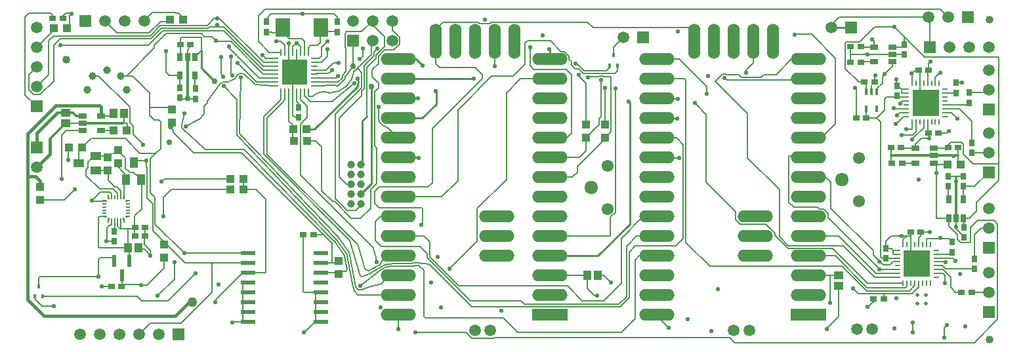
<source format=gbl>
G04*
G04 #@! TF.GenerationSoftware,Altium Limited,Altium Designer,21.9.2 (33)*
G04*
G04 Layer_Physical_Order=4*
G04 Layer_Color=16711680*
%FSLAX25Y25*%
%MOIN*%
G70*
G04*
G04 #@! TF.SameCoordinates,4219B8C6-809A-426F-B61B-8FBD35EC1222*
G04*
G04*
G04 #@! TF.FilePolarity,Positive*
G04*
G01*
G75*
%ADD10C,0.01000*%
%ADD18R,0.03937X0.04331*%
%ADD25R,0.04331X0.03937*%
%ADD26R,0.03543X0.02756*%
%ADD27R,0.04331X0.02559*%
%ADD28R,0.02756X0.03543*%
%ADD32R,0.02559X0.04331*%
%ADD37C,0.05000*%
%ADD58C,0.03000*%
%ADD62C,0.00600*%
%ADD63C,0.01500*%
%ADD64C,0.00800*%
%ADD65C,0.04000*%
%ADD67C,0.01200*%
%ADD68C,0.05906*%
%ADD69R,0.05906X0.05906*%
%ADD70R,0.05906X0.05906*%
%ADD71C,0.03937*%
%ADD72O,0.06693X0.07087*%
%ADD73C,0.06102*%
%ADD74C,0.02200*%
%ADD75C,0.01968*%
%ADD91R,0.01949X0.00984*%
%ADD92R,0.00984X0.01949*%
%ADD93R,0.00984X0.02362*%
%ADD94R,0.02362X0.00984*%
%ADD95R,0.05512X0.03937*%
%ADD96R,0.03937X0.05512*%
%ADD97R,0.02362X0.05906*%
%ADD98R,0.04000X0.05000*%
%ADD99R,0.18000X0.06000*%
%ADD100O,0.18000X0.06000*%
%ADD101O,0.06000X0.18000*%
%ADD102R,0.01575X0.02008*%
%ADD103R,0.07795X0.02087*%
%ADD104R,0.07480X0.09449*%
%ADD105O,0.00984X0.03543*%
%ADD106O,0.03543X0.00984*%
%ADD107R,0.12992X0.12992*%
%ADD108R,0.13386X0.13386*%
%ADD109O,0.00787X0.02756*%
%ADD110O,0.02756X0.00787*%
%ADD111R,0.01575X0.03543*%
%ADD112R,0.05000X0.04000*%
%ADD113C,0.01400*%
G36*
X19295Y-80029D02*
X20062D01*
X20476Y-79616D01*
Y-79045D01*
X19295D01*
Y-80029D01*
D02*
G37*
G36*
X20771Y-80738D02*
Y-81506D01*
X21755D01*
Y-80324D01*
X21184D01*
X20771Y-80738D01*
D02*
G37*
G36*
X19295Y-72155D02*
X20476D01*
Y-71584D01*
X20062Y-71171D01*
X19295D01*
Y-72155D01*
D02*
G37*
G36*
X20771Y-70462D02*
X21184Y-70876D01*
X21755D01*
Y-69695D01*
X20771D01*
Y-70462D01*
D02*
G37*
G36*
X28645Y-81506D02*
X29629D01*
Y-80738D01*
X29216Y-80324D01*
X28645D01*
Y-81506D01*
D02*
G37*
G36*
X29924Y-79616D02*
X30338Y-80029D01*
X31106D01*
Y-79045D01*
X29924D01*
Y-79616D01*
D02*
G37*
G36*
X28645Y-70876D02*
X29216D01*
X29629Y-70462D01*
Y-69695D01*
X28645D01*
Y-70876D01*
D02*
G37*
G36*
X29924Y-71584D02*
Y-72155D01*
X31106D01*
Y-71171D01*
X30338D01*
X29924Y-71584D01*
D02*
G37*
D10*
X147734Y-13401D02*
G03*
X147934Y-13105I-714J700D01*
G01*
X148111Y-12704D02*
G03*
X148265Y-11426I-2012J890D01*
G01*
X68496Y-3722D02*
G03*
X68793Y-4434I1000J0D01*
G01*
X147933Y-9575D02*
X148265Y-11426D01*
X147731Y-13404D02*
X147734Y-13401D01*
X147934Y-13105D02*
X148111Y-12704D01*
X147933Y-9575D02*
X147996Y-9638D01*
X125996Y-35138D02*
X147731Y-13404D01*
X150096Y-53238D02*
Y-31038D01*
X148996Y-74638D02*
Y-73138D01*
X68496Y-3722D02*
Y4909D01*
X68793Y-4434D02*
X75300Y-10900D01*
X154996Y-62938D02*
Y-13638D01*
X388433Y16362D02*
X397996D01*
X286096Y-83338D02*
Y-21438D01*
X269796Y-99638D02*
X286096Y-83338D01*
X245433Y-99638D02*
X269796D01*
X245433Y362D02*
Y5325D01*
X187796Y-22338D02*
Y-15838D01*
X180496Y-29638D02*
X187796Y-22338D01*
X168433Y-29638D02*
X180496D01*
X168433Y-9638D02*
X206896D01*
X177496Y362D02*
X180796Y-2938D01*
X168433Y362D02*
X177496D01*
X168433Y-49638D02*
X178296D01*
X168433Y-19638D02*
X178396D01*
X121843Y-35138D02*
X125996D01*
X155496Y17967D02*
Y19862D01*
X149696Y-68238D02*
X154996Y-62938D01*
X150096Y-31038D02*
X152496Y-28638D01*
D18*
X20900Y-56147D02*
D03*
Y-49453D02*
D03*
X26200Y-52447D02*
D03*
Y-45753D02*
D03*
X49400Y-100547D02*
D03*
Y-93853D02*
D03*
X138333Y-108785D02*
D03*
Y-102092D02*
D03*
X53496Y-31985D02*
D03*
Y-25292D02*
D03*
X-13467Y-71085D02*
D03*
Y-64392D02*
D03*
X273433Y-32792D02*
D03*
Y-39485D02*
D03*
X263933Y-32792D02*
D03*
Y-39485D02*
D03*
D25*
X122146Y-41200D02*
D03*
X115454D02*
D03*
X1354Y-44500D02*
D03*
X8046D02*
D03*
X-6513Y16062D02*
D03*
X180D02*
D03*
X59280Y20662D02*
D03*
X52587D02*
D03*
X121843Y-35138D02*
D03*
X115150D02*
D03*
X83350Y-60438D02*
D03*
X90043D02*
D03*
X90043Y-65938D02*
D03*
X83350D02*
D03*
X23854Y-36000D02*
D03*
X30546D02*
D03*
X454280Y-53138D02*
D03*
X447587D02*
D03*
D26*
X27859Y-115100D02*
D03*
X22741D02*
D03*
X39859Y-89600D02*
D03*
X34741D02*
D03*
X39859Y-85200D02*
D03*
X34741D02*
D03*
X125492Y-88738D02*
D03*
X120374D02*
D03*
X-7026Y21062D02*
D03*
X-1908D02*
D03*
X62992Y7862D02*
D03*
X57874D02*
D03*
X442992Y-37138D02*
D03*
X437874D02*
D03*
X401237Y-29438D02*
D03*
X406355D02*
D03*
X410492Y-11138D02*
D03*
X405374D02*
D03*
X452992Y-44638D02*
D03*
X447874D02*
D03*
X418874D02*
D03*
X423992D02*
D03*
X419374Y-52638D02*
D03*
X424492D02*
D03*
X398374Y6862D02*
D03*
X403492D02*
D03*
X398374Y-1138D02*
D03*
X403492D02*
D03*
X409937Y-121638D02*
D03*
X415055D02*
D03*
X428874Y-87638D02*
D03*
X433992D02*
D03*
X454637Y-118038D02*
D03*
X459755D02*
D03*
X432874Y-5138D02*
D03*
X437992D02*
D03*
D27*
X17658Y-35879D02*
D03*
Y-28398D02*
D03*
X8209D02*
D03*
Y-32138D02*
D03*
Y-35879D02*
D03*
X431209Y-44898D02*
D03*
Y-52379D02*
D03*
X440657D02*
D03*
Y-48638D02*
D03*
Y-44898D02*
D03*
X410209Y6602D02*
D03*
Y-879D02*
D03*
X419657D02*
D03*
Y2862D02*
D03*
Y6602D02*
D03*
D28*
X24200Y-92159D02*
D03*
Y-87041D02*
D03*
X137496Y14302D02*
D03*
Y19421D02*
D03*
X101492Y14302D02*
D03*
Y19421D02*
D03*
X117933Y-29197D02*
D03*
Y-24079D02*
D03*
X57496Y-19197D02*
D03*
Y-14079D02*
D03*
X65433Y-14579D02*
D03*
Y-19697D02*
D03*
X451933Y-11579D02*
D03*
Y-16698D02*
D03*
X421796Y-13179D02*
D03*
Y-18297D02*
D03*
X459933Y-42079D02*
D03*
Y-47197D02*
D03*
X447933Y-59079D02*
D03*
Y-64197D02*
D03*
X455433Y-59079D02*
D03*
Y-64197D02*
D03*
X455933Y-90139D02*
D03*
Y-85020D02*
D03*
X425433Y2802D02*
D03*
Y7921D02*
D03*
X449896Y-92579D02*
D03*
Y-97698D02*
D03*
X416096Y-95679D02*
D03*
Y-100797D02*
D03*
X461196Y-106198D02*
D03*
Y-101079D02*
D03*
X458696Y-21698D02*
D03*
Y-16579D02*
D03*
D32*
X57693Y-7863D02*
D03*
X65173D02*
D03*
Y1586D02*
D03*
X61433D02*
D03*
X57693D02*
D03*
X455673Y-70914D02*
D03*
X448193D02*
D03*
Y-80363D02*
D03*
X451933D02*
D03*
X455673D02*
D03*
D37*
X63833Y-123238D02*
D03*
D58*
X145490Y-3113D02*
D03*
X75300Y-10900D02*
D03*
X154996Y-13638D02*
D03*
X52333Y-41738D02*
D03*
X52996Y-33888D02*
D03*
X61496Y-19638D02*
D03*
D62*
X157130Y-100486D02*
G03*
X157130Y-100485I-583J-141D01*
G01*
X154396Y-108342D02*
G03*
X154570Y-108256I-1176J2593D01*
G01*
X184600Y-104006D02*
G03*
X184265Y-103848I-410J-438D01*
G01*
X143851Y-91761D02*
G03*
X143826Y-91695I-573J-177D01*
G01*
X118777Y-58233D02*
G03*
X118955Y-58655I600J5D01*
G01*
X155975Y-95798D02*
G03*
X155817Y-95517I-583J-143D01*
G01*
X181633Y-107387D02*
G03*
X181457Y-106963I-600J0D01*
G01*
X164549Y-104864D02*
G03*
X159709Y-106830I12J-6969D01*
G01*
X181633Y-130438D02*
G03*
X182233Y-131038I600J0D01*
G01*
X164558Y-104864D02*
G03*
X164549Y-104864I-4J-600D01*
G01*
X174120Y-104800D02*
G03*
X174949Y-104749I-51J7578D01*
G01*
X178449Y-104342D02*
G03*
X178404Y-104345I25J-599D01*
G01*
X178703Y-104387D02*
G03*
X178451Y-104342I-230J-554D01*
G01*
X100333Y-47887D02*
G03*
X100508Y-48311I600J0D01*
G01*
X174064Y-103600D02*
G03*
X176120Y-103261I6J6378D01*
G01*
X149220Y-109936D02*
G03*
X150058Y-110304I575J171D01*
G01*
X143822Y-91684D02*
G03*
X143786Y-91615I-549J-243D01*
G01*
X143742Y-91552D02*
G03*
X143696Y-91499I-478J-363D01*
G01*
X143779Y-91605D02*
G03*
X143750Y-91563I-507J-321D01*
G01*
X158887Y-105928D02*
G03*
X159001Y-105847I-289J526D01*
G01*
X164266Y-103669D02*
G03*
X159092Y-105765I296J-8163D01*
G01*
X166187Y-103600D02*
G03*
X166166Y-103600I0J-600D01*
G01*
X178681Y-103140D02*
G03*
X178580Y-103136I-74J-595D01*
G01*
X152393Y-106828D02*
G03*
X154350Y-106860I1007J1728D01*
G01*
X159311Y-103972D02*
G03*
X159376Y-103892I-434J415D01*
G01*
X148217Y-94354D02*
G03*
X148122Y-94228I-523J-293D01*
G01*
X148273Y-94486D02*
G03*
X148217Y-94354I-576J-168D01*
G01*
X176222Y-103236D02*
G03*
X176120Y-103261I91J-593D01*
G01*
X176433Y-103217D02*
G03*
X176222Y-103236I64J-1799D01*
G01*
X151633Y-106194D02*
G03*
X151907Y-106543I576J169D01*
G01*
X158640Y-104537D02*
G03*
X159131Y-104161I-955J1757D01*
G01*
X150070Y-110299D02*
G03*
X150058Y-110304I247J-547D01*
G01*
X162338Y-99654D02*
G03*
X162038Y-99825I135J-585D01*
G01*
X162038Y-99825D02*
G03*
X161970Y-99911I435J-414D01*
G01*
X162463Y-99638D02*
G03*
X162341Y-99653I10J-600D01*
G01*
X78496Y-6362D02*
G03*
X78592Y-6688I600J0D01*
G01*
X101833Y-47690D02*
G03*
X102007Y-48113I600J0D01*
G01*
X26478Y-85300D02*
G03*
X27078Y-85900I600J0D01*
G01*
X38124Y-75701D02*
G03*
X38300Y-75277I-424J424D01*
G01*
X31813Y-95587D02*
G03*
X31640Y-96005I427J-421D01*
G01*
X40833Y-54927D02*
G03*
X40711Y-54564I-600J0D01*
G01*
X40589Y-54204D02*
G03*
X40709Y-54562I600J4D01*
G01*
X17189Y-100660D02*
G03*
X16764Y-100836I0J-600D01*
G01*
X-13470Y-110138D02*
G03*
X-14067Y-110735I4J-600D01*
G01*
X157130Y-100486D02*
X157685Y-102780D01*
X157130Y-100484D02*
X157130Y-100485D01*
X184600Y-104006D02*
X184606Y-104011D01*
X184609Y-104014D02*
X206033Y-125438D01*
X178683Y-103140D02*
X184265Y-103849D01*
X143822Y-91684D02*
X143826Y-91695D01*
X143851Y-91761D02*
X143853Y-91765D01*
X158886Y-105929D02*
X158887Y-105928D01*
X166187Y-103600D02*
X174064D01*
X154570Y-108256D02*
X158886Y-105929D01*
X143853Y-91765D02*
X149219Y-109935D01*
X184606Y-104011D02*
X184609Y-104014D01*
X155300Y-8600D02*
Y-4928D01*
X158533Y-1695D02*
Y1977D01*
X161677Y5121D01*
X154933Y2936D02*
Y9299D01*
X157333Y918D02*
Y2474D01*
X146121Y-5513D02*
X146484D01*
X161677Y5121D02*
X166204D01*
X152496Y-3919D02*
X157333Y918D01*
Y2474D02*
X161596Y6737D01*
X165496Y15310D02*
Y19862D01*
X161596Y6737D02*
Y11867D01*
X146484Y-5513D02*
X154933Y2936D01*
X156133Y4103D02*
X157922Y5891D01*
X165496Y15310D02*
X169349Y11457D01*
X146096Y-5539D02*
X146121Y-5513D01*
X166204Y5121D02*
X169349Y8266D01*
X155300Y-4928D02*
X158533Y-1695D01*
X151196Y-2938D02*
X156133Y1999D01*
Y4103D01*
X154933Y9299D02*
X155496Y9862D01*
X169349Y8266D02*
Y11457D01*
X158400Y-14200D02*
Y-11700D01*
X155300Y-8600D02*
X158400Y-11700D01*
X156500Y-20600D02*
Y-16100D01*
X158400Y-14200D01*
X156400Y-43600D02*
Y-20700D01*
Y-43600D02*
X157500Y-44700D01*
X156400Y-20700D02*
X156500Y-20600D01*
X157500Y-63000D02*
Y-44700D01*
X154500Y-66000D02*
X157500Y-63000D01*
X154500Y-75400D02*
Y-66000D01*
X149300Y-80600D02*
X154500Y-75400D01*
X135100Y-72000D02*
X136095D01*
X144695Y-80600D01*
X149300D01*
X129600Y-66500D02*
X135100Y-72000D01*
X129600Y-66500D02*
Y-44100D01*
X118777Y-58233D02*
Y-32797D01*
X155975Y-95798D02*
X157130Y-100484D01*
X118955Y-58655D02*
X155817Y-95517D01*
X126700Y-41200D02*
X129600Y-44100D01*
X118777Y-32797D02*
X119602Y-31972D01*
X149100Y-115000D02*
X159709Y-106830D01*
X119602Y-31972D02*
Y-31869D01*
X118886Y-20091D02*
Y-16178D01*
X119602Y-31869D02*
X119684D01*
X118886Y-20091D02*
X122233Y-23438D01*
X119684Y-31869D02*
X122233Y-29320D01*
Y-23438D01*
X179007Y-104513D02*
X181457Y-106963D01*
X164558Y-104864D02*
X174120Y-104800D01*
X221733Y-131038D02*
X229333Y-138638D01*
X281733D02*
X288933Y-131438D01*
X229333Y-138638D02*
X281733D01*
X181633Y-130438D02*
Y-107387D01*
X288933Y-131438D02*
Y-101738D01*
X182233Y-131038D02*
X221733D01*
X174949Y-104749D02*
X178404Y-104345D01*
X178449Y-104342D02*
X178451Y-104342D01*
X178897Y-104467D02*
X179007Y-104513D01*
X178703Y-104387D02*
X178897Y-104467D01*
X288933Y-101738D02*
X291033Y-99638D01*
X299933D01*
X100333Y-28949D02*
X109043Y-20238D01*
Y-16178D01*
X100333Y-47887D02*
Y-28949D01*
X101833Y-47690D02*
Y-29438D01*
X111012Y-20260D02*
Y-16178D01*
X101833Y-29438D02*
X109883Y-21388D01*
X111012Y-20260D01*
X149219Y-109935D02*
X149219Y-109936D01*
X150070Y-110299D02*
X154396Y-108342D01*
X100508Y-48311D02*
X143692Y-91495D01*
X143779Y-91605D02*
X143782Y-91610D01*
X143785Y-91614D02*
X143786Y-91615D01*
X143692Y-91495D02*
X143696Y-91499D01*
X143742Y-91552D02*
X143750Y-91563D01*
X159001Y-105847D02*
X159092Y-105765D01*
X166165Y-103600D02*
X166166Y-103600D01*
X178681Y-103140D02*
X178683Y-103140D01*
X151907Y-106543D02*
X152393Y-106828D01*
X159378Y-103888D02*
X161970Y-99911D01*
X159131Y-104161D02*
X159311Y-103972D01*
X159376Y-103892D02*
X159378Y-103888D01*
X154350Y-106860D02*
X158640Y-104537D01*
X148217Y-94354D02*
X148217Y-94354D01*
X39500Y-90359D02*
X39859Y-90000D01*
X176433Y-103217D02*
X178580Y-103136D01*
X164266Y-103669D02*
X166165Y-103600D01*
X148273Y-94486D02*
X148274Y-94488D01*
X148120Y-94225D02*
X148122Y-94228D01*
X143782Y-91610D02*
X143785Y-91614D01*
X102007Y-48113D02*
X148120Y-94225D01*
X148274Y-94488D02*
X151633Y-106194D01*
X149219Y-109935D02*
X149219Y-109935D01*
X162338Y-99654D02*
X162340Y-99653D01*
X162341Y-99653D01*
X162463Y-99638D02*
X162468Y-99638D01*
X78496Y-6362D02*
Y1362D01*
X78592Y-6688D02*
X79700Y-8400D01*
X162468Y-99638D02*
X168433D01*
X38300Y-75277D02*
Y-60500D01*
X34700Y-85900D02*
Y-79126D01*
Y-90300D02*
Y-85900D01*
X27078D02*
X27562D01*
X26478Y-85300D02*
Y-84896D01*
X16651Y-95505D02*
X31350D01*
X34700Y-79126D02*
X38124Y-75701D01*
X27562Y-85900D02*
X34700D01*
X11626Y-51277D02*
X14143Y-48760D01*
X10900Y-51900D02*
X11523Y-51277D01*
X14143Y-48760D02*
X14931D01*
X11523Y-51277D02*
X11626D01*
X9900Y-58800D02*
Y-55850D01*
X10900Y-54850D01*
Y-51900D01*
X9900Y-58800D02*
X16732Y-65632D01*
X28451Y-114100D02*
X37887D01*
X29137Y-69488D02*
Y-60931D01*
X21100Y-61222D02*
Y-57000D01*
X40833Y-70140D02*
Y-54927D01*
X40709Y-54562D02*
X40711Y-54564D01*
X40589Y-54204D02*
Y-54204D01*
X33200Y-51083D02*
X40589D01*
Y-54204D02*
Y-51083D01*
X33544Y-90675D02*
X33547Y-90674D01*
X34441Y-90300D01*
X31840Y-100660D02*
Y-96005D01*
X103996Y23362D02*
X135996D01*
X39300Y-93500D02*
X42700Y-96900D01*
X12700Y-71700D02*
X17368Y-67032D01*
X12700Y-71700D02*
X19051D01*
X20400Y-92300D02*
Y-85500D01*
X17189Y-100660D02*
X24360D01*
X16233Y-101367D02*
X16764Y-100836D01*
X23632Y-65632D02*
X25905Y-67905D01*
X21932Y-67032D02*
X22900Y-68000D01*
X16732Y-65632D02*
X23632D01*
X17368Y-67032D02*
X21932D01*
X22900Y-69632D02*
Y-68000D01*
X25905Y-69612D02*
Y-67905D01*
X17015Y-79537D02*
X19088D01*
X16300Y-80251D02*
X17015Y-79537D01*
X16300Y-95153D02*
Y-80251D01*
Y-95153D02*
X16651Y-95505D01*
X39500Y-93500D02*
Y-90359D01*
X42700Y-99400D02*
Y-96900D01*
X39859Y-90000D02*
Y-85900D01*
X20400Y-92300D02*
X24059D01*
X20300D02*
X20400D01*
X24059D02*
X24200Y-92159D01*
X20400Y-85500D02*
X21600Y-84300D01*
X22200D01*
X22838Y-83662D02*
Y-81506D01*
X22200Y-84300D02*
X22838Y-83662D01*
X24413Y-86828D02*
Y-81506D01*
X24200Y-87041D02*
X24413Y-86828D01*
X27562Y-85900D02*
Y-81506D01*
X25987Y-84406D02*
X26478Y-84896D01*
X25987Y-84406D02*
Y-81506D01*
X28100Y-113749D02*
X28451Y-114100D01*
X28100Y-113749D02*
Y-108140D01*
X-13470Y-110138D02*
X16233D01*
X-13470D02*
X-13470D01*
X16233D02*
Y-101367D01*
X21100Y-61222D02*
X24451Y-64573D01*
X25598D01*
X27562Y-66538D01*
Y-69695D02*
Y-66538D01*
X-14067Y-115079D02*
Y-110735D01*
X445317Y-108560D02*
X446233Y-109475D01*
Y-113538D02*
Y-109475D01*
X-15855Y-121750D02*
X-12367Y-125238D01*
X-6567D01*
X-15855Y-121750D02*
Y-120378D01*
X-16036Y-120197D02*
X-15855Y-120378D01*
X36733Y-139538D02*
X42591Y-133681D01*
X58199D02*
X73733Y-118147D01*
X42591Y-133681D02*
X58199D01*
X36733Y-139638D02*
Y-139538D01*
X-12098Y-120197D02*
X35892D01*
X38333Y-122638D01*
X51396D02*
X65696Y-108338D01*
X38333Y-122638D02*
X51396D01*
X120374Y-117787D02*
X120726Y-118138D01*
X129233D01*
X120374Y-117787D02*
Y-88738D01*
X125492D02*
X130633D01*
X92343Y-108238D02*
X100782D01*
X75939Y-121688D02*
X89489Y-108138D01*
X92343D01*
X75939Y-122732D02*
Y-121688D01*
X75633Y-123038D02*
X75939Y-122732D01*
X180333Y-83938D02*
X180639Y-83632D01*
X179933Y-84338D02*
X180333Y-83938D01*
X158833Y-75038D02*
X180382D01*
X180639Y-82881D02*
X180733Y-82787D01*
X180382Y-75038D02*
X180733Y-75390D01*
X180639Y-83632D02*
Y-82881D01*
X180733Y-82787D02*
Y-75390D01*
X206033Y-125438D02*
X221825D01*
X156633Y-72838D02*
X158833Y-75038D01*
X156633Y-72838D02*
Y-66938D01*
X158959Y-64613D01*
X183707D01*
X185933Y-62387D02*
Y-34938D01*
X183707Y-64613D02*
X185933Y-62387D01*
X168433Y-69638D02*
X190696D01*
X185933Y-34938D02*
X211233Y-9638D01*
Y-7538D01*
X207633Y-3938D02*
X211233Y-7538D01*
X189633Y-3938D02*
X207633D01*
X187433Y-1738D02*
X189633Y-3938D01*
X187433Y-1738D02*
Y9362D01*
X191333Y19262D02*
X209049D01*
X209848Y18462D01*
X187433Y9362D02*
Y15362D01*
X209848Y18462D02*
X215018D01*
X187433Y15362D02*
X191333Y19262D01*
X215018Y18462D02*
X215818Y19262D01*
X264695D01*
X267595Y16362D01*
X316439D01*
X318133Y14667D01*
Y10162D02*
Y14667D01*
Y10162D02*
X318933Y9362D01*
X90043Y-65938D02*
X96133D01*
X101133Y-70938D01*
X49333Y-69738D02*
X53133Y-65938D01*
X49333Y-79338D02*
Y-69738D01*
X40833Y-70140D02*
X43733Y-73040D01*
Y-86841D02*
X60130Y-103238D01*
X43733Y-86841D02*
Y-73040D01*
X53133Y-65938D02*
X83350D01*
X49833Y-60438D02*
X83350D01*
X48333Y-61938D02*
X49833Y-60438D01*
X46233Y-119938D02*
X54833Y-111338D01*
Y-102938D01*
X60130Y-103238D02*
X73220D01*
X89506D01*
X73733Y-118147D02*
Y-103752D01*
X73220Y-103238D02*
X73733Y-103752D01*
X59733Y-98038D02*
X89306D01*
X128223Y751D02*
X129433Y1962D01*
Y6662D02*
X132733Y9962D01*
X129433Y1962D02*
Y6662D01*
X125972Y751D02*
X128223D01*
X89306Y-98038D02*
X89406Y-98138D01*
X100782Y-108238D02*
X101133Y-107887D01*
Y-70938D01*
X120037Y-89075D02*
X120374Y-88738D01*
X425433Y11925D02*
X435996Y1362D01*
X420433Y16925D02*
X425433Y11925D01*
X392533Y21862D02*
X437933D01*
X388433Y17762D02*
X392533Y21862D01*
X388433Y16362D02*
Y17762D01*
X445996Y-136075D02*
X447233Y-134838D01*
X445996Y-141238D02*
Y-136075D01*
X387133Y-123438D02*
X388033Y-122538D01*
X399533Y-116238D02*
X402133Y-118838D01*
X409796Y-99289D02*
X414746Y-104238D01*
X386833Y-80138D02*
X413286Y-106591D01*
X386833Y-80138D02*
Y-78023D01*
X384548Y-75738D02*
X386833Y-78023D01*
X382433Y-75738D02*
X384548D01*
X381633Y-74938D02*
X382433Y-75738D01*
X413286Y-106591D02*
X422090D01*
X369496Y-74938D02*
X381633D01*
X426796Y-89538D02*
X428980D01*
X424296D02*
X426796D01*
X418796D02*
X424296D01*
X388033Y-109638D02*
X392246D01*
X388033Y-122538D02*
Y-109638D01*
X376933D02*
X388033D01*
X299933Y-39638D02*
X309833D01*
X313296Y-43101D01*
Y-90875D02*
Y-43101D01*
X309633Y-94538D02*
X313296Y-90875D01*
X289033Y-94538D02*
X309633D01*
X285796Y-97775D02*
X289033Y-94538D01*
X285796Y-120977D02*
Y-97775D01*
X281235Y-125538D02*
X285796Y-120977D01*
X221924Y-125538D02*
X281235D01*
X221825Y-125438D02*
X221924Y-125538D01*
X90043Y-65938D02*
Y-60439D01*
X402133Y-118838D02*
X429696D01*
X415055Y-121638D02*
Y-119279D01*
X411696Y-29438D02*
X413696Y-31438D01*
Y-100138D02*
Y-31438D01*
X406596Y-115838D02*
X426296D01*
X390396Y-99638D02*
X406596Y-115838D01*
X406499Y-117438D02*
X428096D01*
X473396Y-61138D02*
Y1362D01*
X435996D02*
X473396D01*
X419970Y-24764D02*
X426590D01*
X448055Y-90738D02*
X449896Y-92579D01*
X436854Y-90738D02*
X448055D01*
X436854Y-93796D02*
Y-90738D01*
X460624Y-52838D02*
X473296D01*
X455664Y-47878D02*
X460624Y-52838D01*
X454515Y-41738D02*
X455664Y-42888D01*
X449296Y-41738D02*
X454515D01*
X455664Y-47878D02*
Y-42888D01*
X447874Y-43161D02*
X449296Y-41738D01*
X447874Y-44638D02*
Y-43161D01*
X354128Y-7538D02*
X360396D01*
X352828Y-8838D02*
X354128Y-7538D01*
X335325D02*
X341592D01*
X342892Y-8838D01*
X329696Y-10838D02*
X333296Y-7238D01*
X335024D01*
X342892Y-8838D02*
X352828D01*
X335024Y-7238D02*
X335325Y-7538D01*
X360396D02*
X368296Y362D01*
X329696Y-10838D02*
X345996Y-27138D01*
X232896Y-2238D02*
Y8662D01*
X226896Y-8238D02*
X232896Y-2238D01*
X215996Y-8238D02*
X226896D01*
X232896Y8662D02*
X234096Y9862D01*
X198896Y-25338D02*
X215996Y-8238D01*
X256396Y-2567D02*
Y-810D01*
X255333Y253D02*
X256396Y-810D01*
X258327Y-4498D02*
X260084D01*
X256396Y-2567D02*
X258327Y-4498D01*
X260084D02*
X262424Y-6838D01*
X255333Y253D02*
Y1977D01*
X253048Y4262D02*
X255333Y1977D01*
X251325Y4262D02*
X253048D01*
X245725Y9862D02*
X251325Y4262D01*
X234096Y9862D02*
X245725D01*
X278696Y-6838D02*
X279965Y-5570D01*
X262424Y-6838D02*
X278696D01*
X198896Y-61438D02*
Y-25338D01*
X190696Y-69638D02*
X198896Y-61438D01*
X272924Y-8538D02*
X276396D01*
X272425Y-8038D02*
X272924Y-8538D01*
X270768Y-8038D02*
X272425D01*
X270268Y-8538D02*
X270768Y-8038D01*
X265296Y-8538D02*
X270268D01*
X264896Y-8938D02*
X265296Y-8538D01*
X279965Y-5570D02*
Y-2698D01*
X276396Y-36522D02*
Y-8538D01*
X273433Y-39485D02*
X276396Y-36522D01*
X271596Y-28695D02*
Y-10038D01*
X270565Y-29727D02*
X271596Y-28695D01*
X270565Y-32853D02*
Y-29727D01*
X263933Y-39485D02*
X270565Y-32853D01*
X273433Y-40101D02*
Y-39485D01*
X259496Y-54038D02*
X273433Y-40101D01*
X259496Y-57138D02*
Y-54038D01*
X256996Y-59638D02*
X259496Y-57138D01*
X245433Y-59638D02*
X256996D01*
X263933Y-46101D02*
Y-39485D01*
X260396Y-49638D02*
X263933Y-46101D01*
X245433Y-49638D02*
X260396D01*
X278796Y-49709D02*
Y-14438D01*
Y-49709D02*
X278869Y-49782D01*
Y-77417D02*
Y-49782D01*
X276296Y-79989D02*
X278869Y-77417D01*
X276296Y-89638D02*
Y-79989D01*
X245433Y-89638D02*
X276296D01*
X299933Y362D02*
X311196D01*
X325196Y-13638D01*
Y-17138D02*
Y-13638D01*
X421996Y-28038D02*
X423302Y-26733D01*
X300133Y-29838D02*
X310296D01*
X319096Y-21938D02*
X324896Y-27738D01*
X313996Y-9638D02*
X314696Y-10338D01*
Y-92738D02*
Y-10338D01*
Y-92738D02*
X326796Y-104838D01*
X324896Y-62038D02*
Y-27738D01*
Y-62038D02*
X340033Y-77175D01*
X342318Y-83538D02*
X355348D01*
X359833Y-88023D01*
X340033Y-81254D02*
Y-77175D01*
Y-81254D02*
X342318Y-83538D01*
X359833Y-89173D02*
Y-88023D01*
Y-89173D02*
X366399Y-95738D01*
X389193D01*
X406936Y-113481D01*
X368296Y362D02*
X376933D01*
X345996Y-49838D02*
Y-27138D01*
Y-49838D02*
X362096Y-65938D01*
Y-89738D02*
Y-65938D01*
Y-89738D02*
X366696Y-94338D01*
X394516D01*
X410706Y-110528D01*
X376933Y-89638D02*
X392196D01*
X393899Y-104838D02*
X406499Y-117438D01*
X326796Y-104838D02*
X393899D01*
X376933Y-99638D02*
X390396D01*
X464396Y-85638D02*
X468433D01*
X461196Y-88838D02*
X464396Y-85638D01*
X461196Y-101079D02*
Y-88838D01*
X437874Y-37138D02*
X438096Y-37361D01*
Y-39838D02*
Y-37361D01*
X437996Y-39938D02*
X438096Y-39838D01*
X434196Y-39938D02*
X437996D01*
X431209Y-42926D02*
X434196Y-39938D01*
X431209Y-44898D02*
Y-42926D01*
X452992Y-48638D02*
Y-44638D01*
Y-51851D02*
Y-48638D01*
X440657Y-44898D02*
X447614D01*
X424252D02*
X431209D01*
X424752Y-52379D02*
X431209D01*
X400396Y-14138D02*
X401237Y-14979D01*
Y-29438D02*
Y-14979D01*
X409296Y10362D02*
X410209Y9449D01*
Y6602D02*
Y9449D01*
X410659Y16925D02*
X420433D01*
X402874Y9139D02*
X410659Y16925D01*
X396230Y9139D02*
X402874D01*
X402409Y-11138D02*
X405374D01*
X395702Y-4432D02*
X402409Y-11138D01*
X395702Y-4432D02*
Y8612D01*
X410492Y-11138D02*
Y-8242D01*
X415596Y-19938D02*
X416676Y-18859D01*
X415596Y-25538D02*
Y-19938D01*
X411696Y-29438D02*
X415596Y-25538D01*
X406355Y-29438D02*
X411696D01*
X421396Y-32438D02*
X425133Y-28701D01*
X395702Y8612D02*
X396230Y9139D01*
X425433Y7921D02*
Y11925D01*
X421496Y-13679D02*
Y-10138D01*
X437992Y-1842D02*
X438896Y-938D01*
X437992Y-5138D02*
Y-1842D01*
X451933Y-11579D02*
X454855D01*
X447196Y-37138D02*
X448296Y-36038D01*
X442992Y-37138D02*
X447196D01*
X424196Y-16438D02*
Y-14838D01*
X424279Y-14922D02*
X426590D01*
X421496Y-13679D02*
X423037D01*
X424196Y-14838D01*
Y-16438D02*
X424648Y-16890D01*
X426590D01*
X423933Y-21638D02*
X423996D01*
X424807Y-20827D01*
X426590D01*
X423302Y-26733D02*
X426590D01*
X425133Y-28701D02*
X426590D01*
X426396Y-35191D02*
X429543D01*
Y-31654D01*
X424196Y-38138D02*
X429896D01*
X431512Y-36523D01*
Y-31654D01*
X429896Y-39938D02*
X435449Y-34386D01*
Y-31654D01*
X437417Y-36682D02*
Y-31654D01*
X449590Y-26733D02*
X452196Y-29338D01*
X446276Y-26733D02*
X449590D01*
X459933Y-47197D02*
X468374D01*
X459933Y-42079D02*
Y-31175D01*
X453522Y-24764D02*
X459933Y-31175D01*
X446276Y-24764D02*
X453522D01*
X458696Y-16579D02*
X466992D01*
X446276Y-22796D02*
X457598D01*
X446276Y-16890D02*
X451740D01*
X441354Y-8680D02*
X443696Y-6338D01*
X441354Y-11969D02*
Y-8680D01*
X437417Y-11969D02*
Y-5713D01*
X431096Y-5138D02*
X432874D01*
X429543Y-6691D02*
X431096Y-5138D01*
X429543Y-11969D02*
Y-6691D01*
X433480Y-11969D02*
Y-5745D01*
Y-18859D02*
Y-11969D01*
X416676Y-18859D02*
X426590D01*
X406374Y-28638D02*
Y-24969D01*
X408933Y-16308D02*
Y-12697D01*
X406374Y-16308D02*
Y-12138D01*
X419657Y2862D02*
X425374D01*
X419657Y6602D02*
X424114D01*
X403752D02*
X410209D01*
X403752Y-879D02*
X410209D01*
X398374Y2862D02*
X419657D01*
X398296D02*
X398374D01*
Y6862D01*
Y-1138D02*
Y2862D01*
X398196Y6684D02*
X398374Y6862D01*
X398196Y2962D02*
Y6684D01*
Y2962D02*
X398296Y2862D01*
X367033Y-72475D02*
X369496Y-74938D01*
X367033Y-72475D02*
Y-48901D01*
X300233Y-19938D02*
X310596D01*
X334196Y-9238D02*
X335196Y-10238D01*
X376333D01*
X300233Y-49938D02*
X311296D01*
X299933Y362D02*
X302733Y-2438D01*
X299933Y-9638D02*
X313996D01*
X446555Y-106198D02*
X461196D01*
X444980Y-104623D02*
X446555Y-106198D01*
X441776Y-104623D02*
X444980D01*
X449096Y-115538D02*
Y-110538D01*
X445149Y-106591D02*
X449096Y-110538D01*
X441776Y-106591D02*
X445149D01*
X441776Y-108560D02*
X445317D01*
X450243Y-100686D02*
X451496Y-101938D01*
X429796Y-138238D02*
Y-133538D01*
X461374Y-64197D02*
X468433Y-57138D01*
X455433Y-64197D02*
X461374D01*
X462096Y-72438D02*
X473396Y-61138D01*
X462096Y-76938D02*
Y-72438D01*
X458672Y-80363D02*
X462096Y-76938D01*
X455673Y-80363D02*
X458672D01*
X425043Y-91291D02*
X426796Y-89538D01*
X416096Y-92238D02*
X418796Y-89538D01*
X433992Y-87638D02*
X438696D01*
X413696Y-100138D02*
X414355Y-100797D01*
X416096D01*
X367033Y-48901D02*
X376196D01*
X414746Y-104238D02*
X418296D01*
X409796Y-99289D02*
Y-96838D01*
X388296Y-75338D02*
X409796Y-96838D01*
X416096Y-95679D02*
Y-92238D01*
X388296Y-75338D02*
Y-62238D01*
X385696Y-59638D02*
X388296Y-62238D01*
X376933Y-59638D02*
X385696D01*
X376196Y-48901D02*
X376933Y-49638D01*
X411117Y-108560D02*
X422090D01*
X392196Y-89638D02*
X411117Y-108560D01*
X449096Y-115538D02*
X451596Y-118038D01*
X410706Y-110528D02*
X422090D01*
X422080Y-110538D02*
X422090Y-110528D01*
X418296Y-104238D02*
X419880Y-102654D01*
X422090D01*
X419817Y-98717D02*
Y-96460D01*
X420106Y-96749D02*
X422090D01*
X416096Y-95679D02*
X419037D01*
X419817Y-96460D01*
Y-98717D02*
X422090D01*
X428980Y-93796D02*
Y-87745D01*
X425043Y-93796D02*
Y-91291D01*
X428980Y-100686D02*
Y-93796D01*
X416208Y-100686D02*
X422090D01*
X433992Y-89542D02*
Y-87638D01*
X432917Y-90617D02*
X433992Y-89542D01*
X432917Y-93796D02*
Y-90617D01*
X447933Y-59079D02*
X455433D01*
X447933Y-70654D02*
Y-64197D01*
X455673Y-70914D02*
Y-64438D01*
X455933Y-85020D02*
Y-80623D01*
X441776Y-98717D02*
X448876D01*
X441776Y-100686D02*
X450243D01*
X441776Y-102654D02*
X446280D01*
X451596Y-118038D02*
X454637D01*
X459755D02*
X468333D01*
X429696Y-118838D02*
X432917Y-115617D01*
X428096Y-117438D02*
X430949Y-114586D01*
X426296Y-115838D02*
X427012Y-115123D01*
X432917Y-115617D02*
Y-113481D01*
X430949Y-114586D02*
Y-113481D01*
X427012Y-115123D02*
Y-113481D01*
X406936D02*
X425043D01*
X155496Y17967D02*
X161596Y11867D01*
X151196Y-14636D02*
Y-2938D01*
X148096Y-4538D02*
X149996Y-6438D01*
Y-15835D02*
X151196Y-14636D01*
X149996Y-18138D02*
Y-15835D01*
X83496Y-7138D02*
Y1862D01*
X138496Y-29638D02*
X149996Y-18138D01*
X138496Y-59638D02*
Y-29638D01*
X152496Y-28638D02*
Y-4760D01*
X149996Y-14138D02*
Y-6438D01*
X136496Y-27638D02*
X149996Y-14138D01*
X137496Y19421D02*
Y21862D01*
X135996Y23362D02*
X137496Y21862D01*
X101492Y20858D02*
X103996Y23362D01*
X101492Y19421D02*
Y20858D01*
X112980Y-3186D02*
Y3901D01*
X116917Y-5154D02*
Y3901D01*
D63*
X55204Y-130238D02*
X61535Y-123908D01*
X-19870Y-121736D02*
X-11367Y-130238D01*
X55204D01*
X61535Y-123908D02*
X63163D01*
X63833Y-123238D01*
X-19870Y-121736D02*
Y-59138D01*
X-8367Y-48001D02*
Y-40088D01*
X-15004Y-54638D02*
X-8367Y-48001D01*
X-13467Y-64392D02*
Y-61438D01*
X-15767Y-59138D02*
X-13467Y-61438D01*
X-19870Y-59138D02*
Y-37504D01*
Y-59138D02*
X-15767D01*
X17658Y-28398D02*
Y-23800D01*
X16996Y-23138D02*
X17658Y-23800D01*
X-5504Y-23138D02*
X16996D01*
X-19870Y-37504D02*
X-5504Y-23138D01*
X-15004Y-37138D02*
X-4854Y-26988D01*
X-15004Y-44638D02*
Y-37138D01*
D64*
X124851Y-18465D02*
G03*
X125388Y-18255I-4J800D01*
G01*
X133232Y-16584D02*
G03*
X125388Y-18255I-2518J-7427D01*
G01*
X142436Y-14974D02*
G03*
X142689Y-14761I-8963J10894D01*
G01*
X134665Y-21138D02*
G03*
X135172Y-20957I-0J800D01*
G01*
X145351Y-3472D02*
G03*
X145490Y-3113I-655J459D01*
G01*
X142989Y-6807D02*
G03*
X143143Y-6623I-993J987D01*
G01*
X137666Y-13023D02*
G03*
X137717Y-13025I62J798D01*
G01*
X145490Y-3113D02*
G03*
X145496Y-3016I-794J101D01*
G01*
X141729Y-8067D02*
G03*
X141496Y-8631I567J-564D01*
G01*
X133686Y-16737D02*
G03*
X133958Y-16778I252J759D01*
G01*
Y-16778D02*
G03*
X146096Y-5539I-486J12698D01*
G01*
X127251Y-13028D02*
G03*
X127263Y-13028I0J800D01*
G01*
X136158Y-12906D02*
G03*
X135965Y-12900I-162J-2094D01*
G01*
X137722Y-13025D02*
G03*
X138287Y-12797I6J800D01*
G01*
X142656Y-99462D02*
G03*
X142264Y-98544I-2355J-464D01*
G01*
X142663Y-99496D02*
G03*
X142656Y-99462I-2361J-431D01*
G01*
X147899Y-119407D02*
G03*
X148458Y-119638I563J568D01*
G01*
X155697Y-114981D02*
G03*
X155644Y-114997I205J-773D01*
G01*
X145659Y-115642D02*
G03*
X145742Y-115987I3441J642D01*
G01*
X86520Y-20418D02*
G03*
X86511Y-20304I-800J-10D01*
G01*
X138460Y-90715D02*
G03*
X138065Y-90233I-3437J-2414D01*
G01*
X143993Y-99026D02*
G03*
X143408Y-97738I-3692J-900D01*
G01*
X147035Y-115383D02*
G03*
X149775Y-116989I2065J383D01*
G01*
X86508Y-20288D02*
G03*
X86501Y-20250I-790J-123D01*
G01*
X146210Y-117577D02*
G03*
X146410Y-117918I769J222D01*
G01*
X144038Y-99233D02*
G03*
X143993Y-99026I-3736J-693D01*
G01*
X155953Y-114956D02*
G03*
X155697Y-114981I-51J-798D01*
G01*
X86499Y-20237D02*
G03*
X86449Y-20087I-781J-175D01*
G01*
X86386Y-19971D02*
G03*
X86300Y-19860I-675J-429D01*
G01*
X142204Y-107268D02*
G03*
X142423Y-106579I-571J561D01*
G01*
X90467Y-45778D02*
G03*
X89907Y-45538I-571J-561D01*
G01*
X141288Y-99766D02*
G03*
X141119Y-99351I-987J-161D01*
G01*
X136168Y-92322D02*
G03*
X136019Y-92144I-1144J-806D01*
G01*
X137312Y-91516D02*
G03*
X137048Y-91194I-2289J-1613D01*
G01*
X87998Y-37308D02*
G03*
X88218Y-37859I800J1D01*
G01*
X86444Y-20077D02*
G03*
X86393Y-19982I-727J-335D01*
G01*
X87998Y-37288D02*
G03*
X87998Y-37307I800J-20D01*
G01*
X86599Y-38076D02*
G03*
X86733Y-38517I800J4D01*
G01*
D02*
G03*
X86828Y-38633I666J444D01*
G01*
X165513Y-110411D02*
G03*
X166104Y-109638I-209J772D01*
G01*
X163469Y-34674D02*
G03*
X163259Y-34523I-567J-564D01*
G01*
X158433Y-29662D02*
G03*
X160645Y-33217I4000J23D01*
G01*
X71728Y-20451D02*
G03*
X71563Y-20938I635J-487D01*
G01*
X80083Y-11032D02*
G03*
X78319Y-11852I-97J-2098D01*
G01*
X81735Y-11108D02*
G03*
X82055Y-11058I40J799D01*
G01*
X95478Y-12098D02*
G03*
X96292Y-12454I939J1038D01*
G01*
X90109Y-7242D02*
G03*
X86945Y-7647I-1409J-1558D01*
G01*
X84944Y-9964D02*
G03*
X85955Y-9153I-744J1964D01*
G01*
X96292Y-12454D02*
G03*
X96321Y-12456I126J1394D01*
G01*
X58458Y-33209D02*
G03*
X59096Y-35262I2042J-491D01*
G01*
X70330Y-45334D02*
G03*
X70864Y-45538I534J596D01*
G01*
X67369Y-30210D02*
G03*
X67566Y-30069I-362J713D01*
G01*
X126673Y-6754D02*
G03*
X126107Y-6988I0J-800D01*
G01*
X133049Y-6754D02*
G03*
X133615Y-6520I0J800D01*
G01*
X29800Y-54474D02*
G03*
X30030Y-55030I800J6D01*
G01*
X31882Y-56882D02*
G03*
X32438Y-57112I561J570D01*
G01*
X34221Y-57345D02*
G03*
X33656Y-57112I-565J-566D01*
G01*
X29800Y-50182D02*
G03*
X29566Y-49616I-800J0D01*
G01*
X23731Y-47354D02*
G03*
X23166Y-47587I0J-800D01*
G01*
X26250Y-54347D02*
G03*
X26434Y-54633I750J279D01*
G01*
X29760Y-58290D02*
G03*
X29527Y-57726I-800J0D01*
G01*
X37176Y-47376D02*
G03*
X37738Y-47611I566J566D01*
G01*
X29734Y-39934D02*
G03*
X29169Y-39700I-566J-566D01*
G01*
X13131Y-39700D02*
G03*
X12566Y-39934I0J-800D01*
G01*
X1034Y-44819D02*
G03*
X800Y-45385I566J-566D01*
G01*
X39634Y-96334D02*
G03*
X39069Y-96100I-565J-566D01*
G01*
X40250Y-96950D02*
G03*
X40248Y-96948I-565J-566D01*
G01*
X122146Y-41200D02*
X126700D01*
X96321Y-12456D02*
X104614Y-13028D01*
X123140Y-18465D02*
X124851D01*
X133232Y-16584D02*
X133232Y-16584D01*
X133683Y-16736D01*
X133686Y-16737D01*
X145490Y-3113D02*
X145496D01*
X137717Y-13025D02*
X137722Y-13025D01*
X123833Y-21138D02*
X134665D01*
X142689Y-14761D02*
X146099Y-11814D01*
X135172Y-20957D02*
X142436Y-14974D01*
X145496Y-3016D02*
Y9862D01*
X136158Y-12906D02*
X137666Y-13023D01*
X141729Y-8067D02*
X142989Y-6807D01*
X143143Y-6623D02*
X145351Y-3472D01*
X141496Y-9588D02*
Y-8631D01*
X133958Y-16778D02*
Y-16778D01*
X127263Y-13028D02*
X135965Y-12900D01*
X125972Y-13028D02*
X127251D01*
X138290Y-12794D02*
X141496Y-9588D01*
X138287Y-12797D02*
X138290Y-12794D01*
X86508Y-20288D02*
X86511Y-20304D01*
X142663Y-99496D02*
X145659Y-115642D01*
X148458Y-119638D02*
X168433D01*
X86499Y-20237D02*
X86500Y-20244D01*
X88218Y-37859D02*
X138063Y-90230D01*
X138065Y-90233D01*
X145742Y-115987D02*
X146210Y-117577D01*
X146410Y-117918D02*
X147896Y-119404D01*
X86520Y-20421D02*
X86599Y-38076D01*
X86520Y-20418D02*
X86520Y-20421D01*
X147896Y-119404D02*
X147899Y-119407D01*
X138460Y-90715D02*
X143408Y-97738D01*
X144038Y-99233D02*
X147035Y-115383D01*
X86500Y-20244D02*
X86501Y-20250D01*
X149775Y-116989D02*
X155644Y-114997D01*
X90467Y-45778D02*
X136019Y-92144D01*
X70864Y-45538D02*
X89902D01*
X86448Y-20085D02*
X86449Y-20087D01*
X142199Y-107273D02*
X142204Y-107268D01*
X79986Y-13129D02*
X86297Y-19856D01*
X86444Y-20077D02*
X86448Y-20084D01*
X86828Y-38633D02*
X137048Y-91194D01*
X137312Y-91516D02*
X142264Y-98544D01*
X136168Y-92322D02*
X141119Y-99351D01*
X141964Y-107507D02*
X142199Y-107273D01*
X89902Y-45538D02*
X89907Y-45538D01*
X86448Y-20084D02*
X86448Y-20085D01*
X87998Y-37308D02*
X87998Y-37307D01*
X141288Y-99766D02*
X142423Y-106579D01*
X86297Y-19856D02*
X86300Y-19860D01*
X86386Y-19971D02*
X86393Y-19982D01*
X155953Y-114956D02*
X155954Y-114956D01*
X160146Y-113847D01*
X72716Y16862D02*
X76496D01*
X79996D01*
X87998Y-37288D02*
X88700Y-8800D01*
X161532Y-111464D02*
X165513Y-110411D01*
X160146Y-113847D02*
X161532Y-111464D01*
X166104Y-109638D02*
X168433D01*
X163469Y-34674D02*
X163469Y-34674D01*
X160645Y-33217D02*
X163259Y-34523D01*
X158400Y-24000D02*
X158433Y-29662D01*
X163469Y-34674D02*
X168433Y-39638D01*
X71728Y-20451D02*
X78319Y-11852D01*
X80083Y-11032D02*
X81735Y-11108D01*
X71563Y-21975D02*
Y-20938D01*
X82055Y-11058D02*
X84944Y-9964D01*
X90109Y-7242D02*
X95478Y-12098D01*
X85955Y-9153D02*
X86945Y-7647D01*
X104614Y-13028D02*
X105894D01*
X67566Y-30069D02*
X67569Y-30066D01*
X69996Y-27638D01*
X59096Y-35262D02*
X70330Y-45334D01*
X58458Y-33209D02*
X59933Y-27075D01*
X60500Y-33700D02*
X67369Y-30210D01*
X140096Y-9008D02*
Y-7720D01*
X137043Y-9091D02*
X138496Y-7638D01*
X125972Y-11060D02*
X138045D01*
X125972Y-9091D02*
X137043D01*
X138045Y-11060D02*
X140096Y-9008D01*
X133615Y-6520D02*
X134496Y-5638D01*
X126673Y-6754D02*
X133049Y-6754D01*
X125972Y-7123D02*
X126107Y-6988D01*
X32438Y-57112D02*
X33656D01*
X29800Y-54474D02*
Y-50182D01*
X30030Y-55030D02*
X31882Y-56882D01*
X27102Y-47152D02*
X29566Y-49616D01*
X37240Y-60931D02*
Y-60143D01*
X23731Y-47354D02*
X26900D01*
X23166Y-47587D02*
X23166Y-47587D01*
X21300Y-49453D02*
X23166Y-47587D01*
X20606Y-48760D02*
X21300Y-49453D01*
X34221Y-57345D02*
X35448Y-58573D01*
X35451Y-58575D02*
X36600D01*
X26250Y-54347D02*
Y-54212D01*
X28013Y-56212D02*
X29527Y-57726D01*
X26200Y-52447D02*
X26250Y-54212D01*
X26434Y-54633D02*
X28013Y-56212D01*
X29760Y-60931D02*
Y-58290D01*
X29734Y-39934D02*
X37176Y-47376D01*
X29169Y-39700D02*
Y-39700D01*
X13131D02*
X29169D01*
X37738Y-47611D02*
X45211D01*
X6269Y-46231D02*
X12566Y-39934D01*
X31350Y-95505D02*
Y-86119D01*
Y-95600D02*
Y-95505D01*
X800Y-50700D02*
Y-45385D01*
X1034Y-44819D02*
X1354Y-44500D01*
X37887Y-114467D02*
X38020Y-114600D01*
X40800D01*
X49400Y-106000D02*
Y-100547D01*
X40800Y-114600D02*
X49400Y-106000D01*
X6269Y-52500D02*
Y-46231D01*
X14931Y-48760D02*
X20606D01*
X21394Y-56240D02*
X21400Y-56247D01*
X14931Y-56240D02*
X21394D01*
X82246Y6612D02*
X97949Y-9091D01*
X50950Y19662D02*
X52650Y21362D01*
X34008Y-37813D02*
X39233Y-43038D01*
X17800Y-115200D02*
X22641D01*
X22741Y-115100D01*
X38250Y-96100D02*
X39069D01*
X40250Y-96950D02*
X42700Y-99400D01*
X36650Y-95600D02*
X38250Y-96100D01*
X39634Y-96334D02*
X40248Y-96948D01*
X257733Y-1538D02*
X259033D01*
X126396Y-133575D02*
Y-118238D01*
X57433Y-19697D02*
X61433D01*
X65433D01*
X89506Y-133238D02*
Y-113238D01*
X22838Y-69695D02*
X22900Y-69632D01*
X19051Y-71700D02*
X19088Y-71663D01*
X25905Y-69612D02*
X25987Y-69695D01*
X45211Y-47611D02*
X47733Y-45088D01*
X42689Y-50133D02*
X45211Y-47611D01*
X42342Y-24292D02*
X53496D01*
X130633Y-88738D02*
X135023Y-93128D01*
X89033Y-47138D02*
X130633Y-88738D01*
X120801Y-138271D02*
X121247D01*
X125942Y-133575D02*
X126396D01*
X121247Y-138271D02*
X125942Y-133575D01*
X120533Y-138538D02*
X120801Y-138271D01*
X202806Y-138538D02*
X205859Y-141591D01*
X177296Y-138538D02*
X202806D01*
X181696Y-89638D02*
X184496Y-92438D01*
X168433Y-89638D02*
X181696D01*
X184496Y-100083D02*
Y-92438D01*
X183096Y-100663D02*
Y-98538D01*
X205071Y-122638D02*
X230796D01*
X179396Y-94838D02*
X183096Y-98538D01*
X159996Y-94838D02*
X179396D01*
X199351Y-114938D02*
X254596D01*
X184496Y-100083D02*
X199351Y-114938D01*
X183096Y-100663D02*
X205071Y-122638D01*
X42689Y-67344D02*
X45033Y-69688D01*
Y-83338D02*
X59733Y-98038D01*
X45033Y-83338D02*
Y-69688D01*
X42689Y-67344D02*
Y-50133D01*
X47733Y-45088D02*
Y-31438D01*
X75996Y9736D02*
X76370Y9362D01*
X73790Y11942D02*
X75996Y9736D01*
X46883Y-30588D02*
X47733Y-31438D01*
X44693Y-30588D02*
X46883D01*
X-2367Y-60638D02*
Y-38238D01*
X-7Y-35879D01*
X8209D01*
X-1013Y-71085D02*
X4133Y-65938D01*
X-13467Y-71085D02*
X-1013D01*
X42342Y-28238D02*
Y-24292D01*
Y-28238D02*
X44693Y-30588D01*
X-19004Y23862D02*
X-8167D01*
X-21004Y-17701D02*
Y21862D01*
X-19004Y23862D01*
X-21004Y-17701D02*
X-15067Y-23638D01*
X-7026Y21062D02*
Y22721D01*
X-8167Y23862D02*
X-7026Y22721D01*
X-567Y23862D02*
X1996D01*
X-1908Y22521D02*
X-567Y23862D01*
X1633Y22499D02*
X2496Y23362D01*
X1633Y15715D02*
Y22499D01*
X-1908Y21062D02*
Y22521D01*
X135526Y-1638D02*
X137933D01*
X125972Y-5154D02*
X132010D01*
X135526Y-1638D01*
X156996Y-82238D02*
X159596Y-79638D01*
X156996Y-91838D02*
X159996Y-94838D01*
X156996Y-91838D02*
Y-82238D01*
X159596Y-79638D02*
X168433D01*
X100949Y25814D02*
X443980D01*
X447933Y21862D01*
X97496Y22362D02*
X100949Y25814D01*
X129457Y-1217D02*
X132496Y1821D01*
X125972Y-1217D02*
X129457D01*
X132496Y1821D02*
Y5362D01*
X84333Y-133238D02*
X89506D01*
X84233Y-133338D02*
X84333Y-133238D01*
X52996Y-33888D02*
X53496Y-33388D01*
Y-31985D01*
X54313Y-36955D02*
Y-35801D01*
Y-36955D02*
X64496Y-47138D01*
X52996Y-34484D02*
X54313Y-35801D01*
X52996Y-34484D02*
Y-33888D01*
X64496Y-47138D02*
X89033D01*
X135233Y-103238D02*
X137187D01*
X126396D02*
X135233D01*
X135023Y-103028D02*
X135233Y-103238D01*
X135023Y-103028D02*
Y-93128D01*
X138333Y-108785D02*
X139611Y-107507D01*
X141964D01*
X137187Y-103238D02*
X138333Y-102092D01*
X126396Y-108238D02*
X137787D01*
X138333Y-108785D01*
X115996Y7862D02*
X117996D01*
X-6350Y15078D02*
Y16062D01*
X57693Y-14320D02*
Y-7863D01*
X472996Y-131975D02*
Y-83338D01*
X461133Y-143838D02*
X472996Y-131975D01*
X339606Y-143838D02*
X461133D01*
X337006Y-141238D02*
X339606Y-143838D01*
X77676Y21162D02*
X100055Y-1217D01*
X75036Y21162D02*
X77676D01*
X71436Y17562D02*
X75036Y21162D01*
X142571Y-76638D02*
X146996D01*
X136496Y-70563D02*
X142571Y-76638D01*
X136496Y-70563D02*
Y-27638D01*
X122823Y-18148D02*
X123140Y-18465D01*
X122823Y-18148D02*
Y-16178D01*
X120854Y-18160D02*
X123833Y-21138D01*
X120854Y-18160D02*
Y-16178D01*
X208433Y-92138D02*
Y-75638D01*
X194483Y-106088D02*
X208433Y-92138D01*
X30583Y-8052D02*
X33646D01*
X42342Y-16748D01*
Y-24292D02*
Y-16748D01*
X13110Y-8052D02*
X16346D01*
X32243Y-23948D01*
Y-31990D02*
Y-23948D01*
Y-31990D02*
X34008Y-33756D01*
Y-37813D02*
Y-33756D01*
X72696Y14862D02*
X79996D01*
X72596Y14762D02*
X72696Y14862D01*
X48896Y14762D02*
X72596D01*
X41496Y7362D02*
X48896Y14762D01*
X72016Y16162D02*
X72716Y16862D01*
X48296Y16162D02*
X72016D01*
X42996Y10862D02*
X48296Y16162D01*
X47716Y17562D02*
X71436D01*
X42416Y12262D02*
X47716Y17562D01*
X299933Y-130275D02*
X305896Y-136238D01*
X299933Y-130275D02*
Y-129638D01*
X217297Y-141238D02*
X337006D01*
X168433Y-136601D02*
Y-129638D01*
X253996Y-4838D02*
X256496Y-7338D01*
X237296Y-4838D02*
X253996D01*
X235433Y-2975D02*
X237296Y-4838D01*
X235433Y-2975D02*
Y6525D01*
X264646Y-116188D02*
Y-109438D01*
Y-116188D02*
X268296Y-119838D01*
X269696D01*
X272996Y-122338D02*
X281896Y-113438D01*
X261996Y-122338D02*
X272996D01*
X254596Y-114938D02*
X261996Y-122338D01*
X284496Y-120438D02*
Y-94738D01*
X280696Y-124238D02*
X284496Y-120438D01*
X232396Y-124238D02*
X280696D01*
X407196Y-125538D02*
X409937Y-122798D01*
X448193Y-84535D02*
X452496Y-88838D01*
Y-91265D02*
Y-88838D01*
Y-91265D02*
X454141Y-92910D01*
X451996Y-85938D02*
X455933Y-89875D01*
X437933Y21862D02*
X438433Y21362D01*
X441972Y-80363D02*
Y-53693D01*
X415696Y-7238D02*
X419657Y-3277D01*
X414396Y-8538D02*
X415696Y-7238D01*
X459296Y-85238D02*
X462896Y-81638D01*
X459296Y-92538D02*
Y-85238D01*
X458924Y-92910D02*
X459296Y-92538D01*
X454141Y-92910D02*
X458924D01*
X448193Y-84535D02*
Y-80363D01*
X462896Y-81638D02*
X471296D01*
X472996Y-83338D01*
X216944Y-141591D02*
X217297Y-141238D01*
X205859Y-141591D02*
X216944D01*
X284496Y-94738D02*
X289596Y-89638D01*
X299933D01*
X230796Y-122638D02*
X232396Y-124238D01*
X281896Y-113438D02*
Y-90738D01*
X292996Y-79638D01*
X299933D01*
X272796Y-109438D02*
X276196Y-112838D01*
X269946Y-109438D02*
X272796D01*
X245433Y-109638D02*
X264083D01*
X348933Y-1601D02*
Y9362D01*
X345296Y-5238D02*
X348933Y-1601D01*
X345296Y-6538D02*
Y-5238D01*
X369796Y13062D02*
X378496D01*
X390696Y862D01*
Y-32638D02*
Y862D01*
X383696Y-39638D02*
X390696Y-32638D01*
X376933Y-39638D02*
X383696D01*
X217396Y-3238D02*
X217433Y-3201D01*
Y9362D01*
X235296Y6662D02*
X235433Y6525D01*
X256496Y-37238D02*
Y-7338D01*
X254096Y-39638D02*
X256496Y-37238D01*
X245433Y-39638D02*
X254096D01*
X259996Y-7738D02*
X263933Y-11675D01*
X230496Y-9638D02*
X245433D01*
X223396Y-16738D02*
X230496Y-9638D01*
X223396Y-60675D02*
Y-16738D01*
X208433Y-75638D02*
X223396Y-60675D01*
X259033Y-1538D02*
X263033Y-5538D01*
X274296D01*
X276027Y-3807D01*
Y-2698D01*
X273433Y-32792D02*
Y-14401D01*
X263933Y-32792D02*
Y-11675D01*
X418874Y-52138D02*
Y-44638D01*
X441417Y-53138D02*
X447587D01*
X441972Y-80363D02*
X448193D01*
X411652Y-14542D02*
X414396Y-11798D01*
X411492Y-14542D02*
X411652D01*
X419657Y-3277D02*
Y-879D01*
X414396Y-11798D02*
Y-8538D01*
X411492Y-16308D02*
Y-14542D01*
X386296Y-136538D02*
X392296Y-130538D01*
Y-114888D01*
X451933Y-84775D02*
Y-80363D01*
X140096Y-7720D02*
X141996Y-5820D01*
Y6042D01*
X152496Y-4760D02*
Y-3919D01*
X83496Y9362D02*
X99980Y-7123D01*
X76370Y9362D02*
X83496D01*
X99980Y-7123D02*
X105894D01*
X79996Y14862D02*
X100012Y-5154D01*
X105894D01*
X86996Y-1638D02*
X96417Y-11060D01*
X105894D01*
X97949Y-9091D02*
X105894D01*
X138496Y-59638D02*
X142096Y-63238D01*
X144696D01*
X116055Y-29197D02*
X117933D01*
X69896Y11942D02*
X73790D01*
X69996Y-27638D02*
Y-23543D01*
X71563Y-21975D01*
X76496Y16862D02*
Y17862D01*
X42036Y13862D02*
X47836Y19662D01*
X50950D01*
X79996Y16862D02*
X100043Y-3186D01*
X277996Y6362D02*
X282996Y11362D01*
X277996Y2421D02*
Y6362D01*
X141996Y13681D02*
Y14362D01*
X141543Y13228D02*
X141996Y13681D01*
X141543Y6495D02*
Y13228D01*
Y6495D02*
X141996Y6042D01*
X119496Y10862D02*
X120854Y9503D01*
X113287Y10862D02*
X119496D01*
X110287Y13862D02*
X113287Y10862D01*
X-15067Y6362D02*
X-6350Y15078D01*
X114779Y-35138D02*
Y-32922D01*
X112980Y-31123D02*
X114779Y-32922D01*
X112980Y-31123D02*
Y-16178D01*
X101492Y14302D02*
X104051D01*
X104492Y13862D02*
X110287D01*
X104051Y14302D02*
X104492Y13862D01*
X148933Y425D02*
X150433Y1925D01*
Y5925D01*
X100055Y-1217D02*
X105894D01*
X100043Y-3186D02*
X105894D01*
X-3004Y10862D02*
X42996D01*
X-6514Y7351D02*
X-3004Y10862D01*
X-6514Y-10676D02*
Y7351D01*
X-6604Y12262D02*
X42416D01*
X-9004Y9862D02*
X-6604Y12262D01*
X-9004Y-7575D02*
Y9862D01*
X44656Y6021D02*
Y7562D01*
X30583Y-8052D02*
X44656Y6021D01*
X27677Y-8052D02*
X30583D01*
X-2504Y7362D02*
X41496D01*
X25433Y13862D02*
X42036D01*
X50496Y-6138D02*
Y3862D01*
Y-6138D02*
X52220Y-7863D01*
X57693D01*
X28496Y-32138D02*
X30689D01*
X30843Y-32292D01*
Y-36138D02*
Y-32292D01*
X17658Y-35879D02*
X23890D01*
X29146Y-31488D02*
Y-27138D01*
X28496Y-32138D02*
X29146Y-31488D01*
X17658Y-28398D02*
X22586D01*
X-417Y-32138D02*
X8209D01*
X-567Y-32288D02*
X-417Y-32138D01*
X56842Y23862D02*
X59342Y21362D01*
X55698Y23862D02*
X56842D01*
X43465Y24330D02*
X55229D01*
X39433Y20299D02*
X43465Y24330D01*
X55229D02*
X55698Y23862D01*
X39433Y19862D02*
Y20299D01*
X19433Y19862D02*
X25433Y13862D01*
X44656Y7562D02*
X50456Y13362D01*
X68476D01*
X69896Y11942D01*
X65173Y-14320D02*
Y-7863D01*
X57996Y7984D02*
Y10862D01*
X58496Y11362D01*
X68496D01*
Y4909D02*
Y11362D01*
X65173Y1586D02*
X68496Y4909D01*
X62992Y6858D02*
Y7862D01*
X61433Y5299D02*
X62992Y6858D01*
X61433Y1586D02*
Y5299D01*
X57874Y1767D02*
Y7862D01*
X-19020Y-7591D02*
X-15067Y-3638D01*
X-19020Y-15276D02*
Y-7591D01*
Y-15276D02*
X-16704Y-17591D01*
X-13430D01*
X-6514Y-10676D01*
X-15067Y-13638D02*
X-9004Y-7575D01*
X112996Y7362D02*
Y8362D01*
X99496Y2362D02*
X101106Y751D01*
X114949Y-16178D02*
Y-7123D01*
Y-28091D02*
X116055Y-29197D01*
X114949Y-28091D02*
Y-16178D01*
X114779Y-41138D02*
X114779Y-41138D01*
Y-35138D01*
X117933Y-24079D02*
Y-22075D01*
X116917Y-21060D02*
X117933Y-22075D01*
X116917Y-21060D02*
Y-16178D01*
X101106Y751D02*
X105894D01*
X97496Y9362D02*
Y22362D01*
Y9362D02*
X102957Y3901D01*
X109043D01*
X106496Y9362D02*
X108996D01*
X111012Y7346D01*
Y3901D02*
Y7346D01*
X112980Y7377D02*
X112996Y7362D01*
X112980Y3901D02*
Y7377D01*
X118886Y3901D02*
Y6972D01*
X117996Y7862D02*
X118886Y6972D01*
X114949Y6814D02*
X115996Y7862D01*
X114949Y3901D02*
Y6814D01*
X120854Y3901D02*
Y9503D01*
X131638Y14421D02*
X136496D01*
X128996Y8862D02*
Y12362D01*
X127496Y7362D02*
X128996Y8862D01*
X123996Y7362D02*
X127496D01*
X122823Y6188D02*
X123996Y7362D01*
X122823Y3901D02*
Y6188D01*
X149996Y14362D02*
X155496Y19862D01*
X141996Y14362D02*
X149996D01*
X146996Y-76638D02*
X148996Y-74638D01*
X438433Y6362D02*
Y21362D01*
D65*
X-1Y-1D02*
D03*
X468833Y20362D02*
D03*
Y-142201D02*
D03*
D67*
X-8367Y-40088D02*
X-567Y-32288D01*
X409937Y-122798D02*
Y-121638D01*
X455933Y-90139D02*
Y-89875D01*
X418896Y-48638D02*
X440657D01*
X452992D01*
X451933Y-80363D02*
Y-59575D01*
X8209Y-32138D02*
X28496D01*
X-567Y-26988D02*
X3346D01*
X-4854D02*
X-567D01*
X4756Y-28398D02*
X8209D01*
X3346Y-26988D02*
X4756Y-28398D01*
D68*
X6733Y-139538D02*
D03*
X16733D02*
D03*
X26733D02*
D03*
X36733D02*
D03*
X46733D02*
D03*
X-15067Y-13638D02*
D03*
Y-3638D02*
D03*
Y6362D02*
D03*
Y16362D02*
D03*
X165496Y19862D02*
D03*
Y9862D02*
D03*
X155496Y19862D02*
D03*
Y9862D02*
D03*
X145496Y19862D02*
D03*
X-15004Y-54638D02*
D03*
X19433Y19862D02*
D03*
X29433D02*
D03*
X39433D02*
D03*
X437933Y21862D02*
D03*
X447933D02*
D03*
X338996Y-137638D02*
D03*
X346807D02*
D03*
X409233Y-136738D02*
D03*
X401422D02*
D03*
X468433Y-75638D02*
D03*
Y-85638D02*
D03*
Y-108138D02*
D03*
Y-118138D02*
D03*
X448433Y6362D02*
D03*
X458433D02*
D03*
X468433D02*
D03*
X207496Y-137638D02*
D03*
X215307D02*
D03*
X468433Y-5138D02*
D03*
Y-15138D02*
D03*
Y-37138D02*
D03*
Y-47138D02*
D03*
X388433Y16362D02*
D03*
X282996Y11362D02*
D03*
D69*
X56733Y-139538D02*
D03*
X145496Y9862D02*
D03*
X9433Y19862D02*
D03*
X457933Y21862D02*
D03*
X438433Y6362D02*
D03*
X398433Y16362D02*
D03*
X292996Y11362D02*
D03*
D70*
X-15067Y-23638D02*
D03*
X-15004Y-44638D02*
D03*
X468433Y-95638D02*
D03*
Y-128138D02*
D03*
Y-25138D02*
D03*
Y-57138D02*
D03*
D71*
X144696Y-53238D02*
D03*
Y-58238D02*
D03*
Y-63238D02*
D03*
Y-68238D02*
D03*
Y-73238D02*
D03*
X149696D02*
D03*
Y-68238D02*
D03*
Y-63238D02*
D03*
Y-58238D02*
D03*
Y-53238D02*
D03*
X30433Y-15138D02*
D03*
X20433Y-5138D02*
D03*
X10433Y-15138D02*
D03*
X27677Y-8052D02*
D03*
X13110D02*
D03*
D72*
X393953Y-60757D02*
D03*
X266453Y-64757D02*
D03*
D73*
X402417Y-71780D02*
D03*
Y-49733D02*
D03*
X274917Y-75780D02*
D03*
Y-53733D02*
D03*
D74*
X157685Y-102780D02*
D03*
X157922Y5891D02*
D03*
X149100Y-115000D02*
D03*
X146099Y-11814D02*
D03*
X77196Y-114038D02*
D03*
X158400Y-24000D02*
D03*
X79986Y-13129D02*
D03*
X88700Y-8800D02*
D03*
X79700Y-8400D02*
D03*
X84200Y-8000D02*
D03*
X60500Y-33700D02*
D03*
X800Y-50700D02*
D03*
X17800Y-115200D02*
D03*
X12787Y-71567D02*
D03*
X20300Y-92300D02*
D03*
X42700Y-99400D02*
D03*
X37887Y-114467D02*
D03*
X446233Y-113538D02*
D03*
X-6567Y-125238D02*
D03*
X16233Y-110138D02*
D03*
X75633Y-123038D02*
D03*
X120533Y-138538D02*
D03*
X177296D02*
D03*
X180333Y-83938D02*
D03*
X49333Y-79338D02*
D03*
X48333Y-61938D02*
D03*
X40589Y-51083D02*
D03*
X-2367Y-60638D02*
D03*
X4133Y-65938D02*
D03*
X46233Y-119938D02*
D03*
X54833Y-102938D02*
D03*
X39033Y-43138D02*
D03*
X2496Y23362D02*
D03*
X65696Y-108338D02*
D03*
X147933Y-9575D02*
D03*
X138296Y-1638D02*
D03*
X84233Y-133338D02*
D03*
X59733Y-98038D02*
D03*
X185096Y-113238D02*
D03*
X241833Y12662D02*
D03*
X447233Y-134838D02*
D03*
X445996Y-141238D02*
D03*
X76433Y21162D02*
D03*
X132596Y9462D02*
D03*
X388033Y-123438D02*
D03*
X412896Y-102638D02*
D03*
Y-106538D02*
D03*
X330996Y-116338D02*
D03*
X432733Y-60738D02*
D03*
X194433Y-106038D02*
D03*
X190096Y-125938D02*
D03*
X406896Y2962D02*
D03*
X168433Y-136775D02*
D03*
X269696Y-119838D02*
D03*
X406896Y-125638D02*
D03*
X438096Y-39938D02*
D03*
X399533Y-116238D02*
D03*
X441896Y-57538D02*
D03*
X415696Y-7238D02*
D03*
X443996Y-90638D02*
D03*
X450696Y-48738D02*
D03*
X188396Y-100238D02*
D03*
X159681Y-125838D02*
D03*
X276446Y-113138D02*
D03*
X345296Y-6538D02*
D03*
X310596Y14362D02*
D03*
X369996Y12962D02*
D03*
X325896Y-8138D02*
D03*
X217396Y-3238D02*
D03*
X212696Y20462D02*
D03*
X235596Y6562D02*
D03*
X258396Y-1738D02*
D03*
X264896Y-8938D02*
D03*
X220996Y-127438D02*
D03*
X260296Y-7538D02*
D03*
X273596Y-14138D02*
D03*
X271596Y-10038D02*
D03*
X278996Y-14638D02*
D03*
X285696Y-21238D02*
D03*
X424196Y-38138D02*
D03*
X245296Y5462D02*
D03*
X187696Y-15738D02*
D03*
X206896Y-9638D02*
D03*
X180796Y-2938D02*
D03*
X178896Y-49738D02*
D03*
X178496Y-19538D02*
D03*
X421796Y-28138D02*
D03*
X421296Y-32538D02*
D03*
X429496Y-40638D02*
D03*
X426396Y-35238D02*
D03*
X420196Y-24538D02*
D03*
X423496Y-22138D02*
D03*
X319096Y-21938D02*
D03*
X310296Y-29838D02*
D03*
X451996Y-61738D02*
D03*
X400396Y-14138D02*
D03*
X409296Y10362D02*
D03*
X410796Y-7938D02*
D03*
X421696Y-9938D02*
D03*
X429296Y-6838D02*
D03*
X438896Y-938D02*
D03*
X448296Y-36038D02*
D03*
X452396Y-29738D02*
D03*
X454996Y-11438D02*
D03*
X443996Y-6338D02*
D03*
X327596Y-137738D02*
D03*
X315596Y-131838D02*
D03*
X305896Y-136238D02*
D03*
X310596Y-19938D02*
D03*
X334196Y-9238D02*
D03*
X325196Y-17138D02*
D03*
X386296Y-136838D02*
D03*
X446650Y-102738D02*
D03*
X451496Y-102038D02*
D03*
X453780Y-108838D02*
D03*
X429896Y-138638D02*
D03*
X429796Y-133538D02*
D03*
X456696Y-135538D02*
D03*
X421396Y-121238D02*
D03*
X420496Y-136538D02*
D03*
X451996Y-84838D02*
D03*
X438696Y-87638D02*
D03*
X311296Y-49938D02*
D03*
X424296Y-89538D02*
D03*
X86996Y-1638D02*
D03*
X83496Y1862D02*
D03*
X75996Y9736D02*
D03*
X82496Y6862D02*
D03*
X137996Y-8138D02*
D03*
X78496Y1362D02*
D03*
X76496Y17862D02*
D03*
X420433Y16925D02*
D03*
X116933Y8425D02*
D03*
X-3067Y7425D02*
D03*
X119933Y23425D02*
D03*
X148933Y425D02*
D03*
X150433Y5925D02*
D03*
X59933Y-27075D02*
D03*
X50496Y4362D02*
D03*
X99496Y2362D02*
D03*
X112996Y8362D02*
D03*
X106496Y9362D02*
D03*
X132496Y5362D02*
D03*
X134996Y-5138D02*
D03*
D75*
X436598Y-123804D02*
D03*
X432268D02*
D03*
X436598Y-119473D02*
D03*
X432268D02*
D03*
D91*
X31312Y-71663D02*
D03*
X19088Y-79537D02*
D03*
Y-71663D02*
D03*
X31312Y-79537D02*
D03*
D92*
X29137Y-81712D02*
D03*
X21263D02*
D03*
Y-69488D02*
D03*
X29137D02*
D03*
D93*
X27562Y-81506D02*
D03*
X25987D02*
D03*
X24413D02*
D03*
X22838D02*
D03*
Y-69695D02*
D03*
X24413D02*
D03*
X25987D02*
D03*
X27562D02*
D03*
D94*
X19295Y-77962D02*
D03*
Y-76387D02*
D03*
Y-74813D02*
D03*
Y-73238D02*
D03*
X31106D02*
D03*
Y-74813D02*
D03*
Y-76387D02*
D03*
Y-77962D02*
D03*
D95*
X6269Y-52500D02*
D03*
X14931Y-56240D02*
D03*
Y-48760D02*
D03*
D96*
X34100Y-52269D02*
D03*
X30360Y-60931D02*
D03*
X37840D02*
D03*
D97*
X24360Y-102160D02*
D03*
X31840D02*
D03*
X28100Y-109640D02*
D03*
D98*
X31350Y-95600D02*
D03*
X36650D02*
D03*
X29146Y-27138D02*
D03*
X23846D02*
D03*
X269946Y-109438D02*
D03*
X264646D02*
D03*
D99*
X245433Y-129638D02*
D03*
X376933D02*
D03*
D100*
X245433Y-119638D02*
D03*
Y-109638D02*
D03*
Y-99638D02*
D03*
Y-89638D02*
D03*
Y-79638D02*
D03*
Y-69638D02*
D03*
X168433Y-39638D02*
D03*
Y-29638D02*
D03*
Y-19638D02*
D03*
Y-9638D02*
D03*
Y362D02*
D03*
X245433D02*
D03*
Y-9638D02*
D03*
Y-19638D02*
D03*
Y-29638D02*
D03*
Y-39638D02*
D03*
Y-49638D02*
D03*
Y-59638D02*
D03*
X218433Y-99638D02*
D03*
Y-89638D02*
D03*
Y-79638D02*
D03*
X168433Y-49638D02*
D03*
Y-59638D02*
D03*
Y-69638D02*
D03*
Y-79638D02*
D03*
Y-89638D02*
D03*
Y-99638D02*
D03*
Y-109638D02*
D03*
Y-119638D02*
D03*
Y-129638D02*
D03*
X299933D02*
D03*
Y-119638D02*
D03*
Y-109638D02*
D03*
Y-99638D02*
D03*
Y-89638D02*
D03*
Y-79638D02*
D03*
Y-69638D02*
D03*
Y-59638D02*
D03*
Y-49638D02*
D03*
X349933Y-79638D02*
D03*
Y-89638D02*
D03*
Y-99638D02*
D03*
X376933Y-59638D02*
D03*
Y-49638D02*
D03*
Y-39638D02*
D03*
Y-29638D02*
D03*
Y-19638D02*
D03*
Y-9638D02*
D03*
Y362D02*
D03*
X299933D02*
D03*
Y-9638D02*
D03*
Y-19638D02*
D03*
Y-29638D02*
D03*
Y-39638D02*
D03*
X376933Y-69638D02*
D03*
Y-79638D02*
D03*
Y-89638D02*
D03*
Y-99638D02*
D03*
Y-109638D02*
D03*
Y-119638D02*
D03*
D101*
X187433Y9362D02*
D03*
X197433D02*
D03*
X207433D02*
D03*
X227433D02*
D03*
X217433D02*
D03*
X348933D02*
D03*
X358933D02*
D03*
X338933D02*
D03*
X328933D02*
D03*
X318933D02*
D03*
D102*
X-14067Y-115079D02*
D03*
X-16036Y-120197D02*
D03*
X-12098D02*
D03*
X279965Y-2698D02*
D03*
X276027D02*
D03*
X277996Y2421D02*
D03*
D103*
X129233Y-98138D02*
D03*
Y-103138D02*
D03*
Y-108138D02*
D03*
Y-113138D02*
D03*
Y-118138D02*
D03*
Y-123138D02*
D03*
Y-128138D02*
D03*
Y-133138D02*
D03*
X92343Y-98138D02*
D03*
Y-103138D02*
D03*
Y-108138D02*
D03*
Y-113138D02*
D03*
Y-118138D02*
D03*
Y-123138D02*
D03*
Y-128138D02*
D03*
Y-133138D02*
D03*
D104*
X109850Y16362D02*
D03*
X129142D02*
D03*
D105*
X109043Y3901D02*
D03*
X111012D02*
D03*
X112980D02*
D03*
X114949D02*
D03*
X116917D02*
D03*
X118886D02*
D03*
X120854D02*
D03*
X122823D02*
D03*
Y-16178D02*
D03*
X120854D02*
D03*
X118886D02*
D03*
X116917D02*
D03*
X114949D02*
D03*
X112980D02*
D03*
X111012D02*
D03*
X109043D02*
D03*
D106*
X125972Y751D02*
D03*
Y-1217D02*
D03*
Y-3186D02*
D03*
Y-5154D02*
D03*
Y-7123D02*
D03*
Y-9091D02*
D03*
Y-11060D02*
D03*
Y-13028D02*
D03*
X105894D02*
D03*
Y-11060D02*
D03*
Y-9091D02*
D03*
Y-7123D02*
D03*
Y-5154D02*
D03*
Y-3186D02*
D03*
Y-1217D02*
D03*
Y751D02*
D03*
D107*
X115933Y-6138D02*
D03*
D108*
X436433Y-21812D02*
D03*
X431933Y-103638D02*
D03*
D109*
X429543Y-11969D02*
D03*
X431512D02*
D03*
X433480D02*
D03*
X435449D02*
D03*
X437417D02*
D03*
X439386D02*
D03*
X441354D02*
D03*
X443323D02*
D03*
Y-31654D02*
D03*
X441354D02*
D03*
X439386D02*
D03*
X437417D02*
D03*
X435449D02*
D03*
X433480D02*
D03*
X431512D02*
D03*
X429543D02*
D03*
X425043Y-93796D02*
D03*
X427012D02*
D03*
X428980D02*
D03*
X430949D02*
D03*
X432917D02*
D03*
X434886D02*
D03*
X436854D02*
D03*
X438823D02*
D03*
Y-113481D02*
D03*
X436854D02*
D03*
X434886D02*
D03*
X432917D02*
D03*
X430949D02*
D03*
X428980D02*
D03*
X427012D02*
D03*
X425043D02*
D03*
D110*
X446276Y-14922D02*
D03*
Y-16890D02*
D03*
Y-18859D02*
D03*
Y-20827D02*
D03*
Y-22796D02*
D03*
Y-24764D02*
D03*
Y-26733D02*
D03*
Y-28701D02*
D03*
X426590D02*
D03*
Y-26733D02*
D03*
Y-24764D02*
D03*
Y-22796D02*
D03*
Y-20827D02*
D03*
Y-18859D02*
D03*
Y-16890D02*
D03*
Y-14922D02*
D03*
X441776Y-96749D02*
D03*
Y-98717D02*
D03*
Y-100686D02*
D03*
Y-102654D02*
D03*
Y-104623D02*
D03*
Y-106591D02*
D03*
Y-108560D02*
D03*
Y-110528D02*
D03*
X422090D02*
D03*
Y-108560D02*
D03*
Y-106591D02*
D03*
Y-104623D02*
D03*
Y-102654D02*
D03*
Y-100686D02*
D03*
Y-98717D02*
D03*
Y-96749D02*
D03*
D111*
X406374Y-24969D02*
D03*
X411492D02*
D03*
Y-16308D02*
D03*
X408933D02*
D03*
X406374D02*
D03*
D112*
X-567Y-32288D02*
D03*
Y-26988D02*
D03*
X392296Y-114888D02*
D03*
Y-109588D02*
D03*
D113*
X61433Y-19697D02*
Y1586D01*
M02*

</source>
